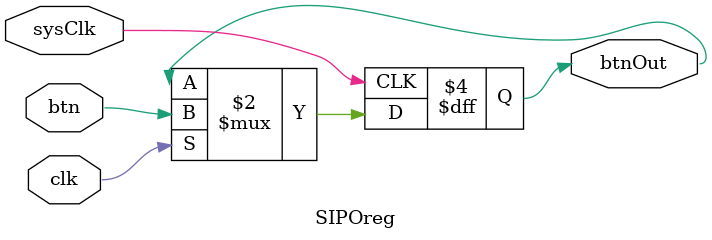
<source format=sv>
`timescale 1ns / 1ps
/* GOAL: Create a design that takes an input and pushes it to output when clocked.
 *
 * sysClk is the clock created from the Blackboard FPGA, and clk is a slow clock from a clock
 *      divider
 * btn is the input to push to btnOut
 *
 * Created by: MorphoCH22
 * Board used: RealDigital Blackboard (Xilinx XC7007S ZYNQ)
 */

module SIPOreg(
        input btn, sysClk, clk,
        output reg btnOut
    );
     
always @(posedge(sysClk)) begin
    if (clk)
        btnOut <= btn;
end 


endmodule

</source>
